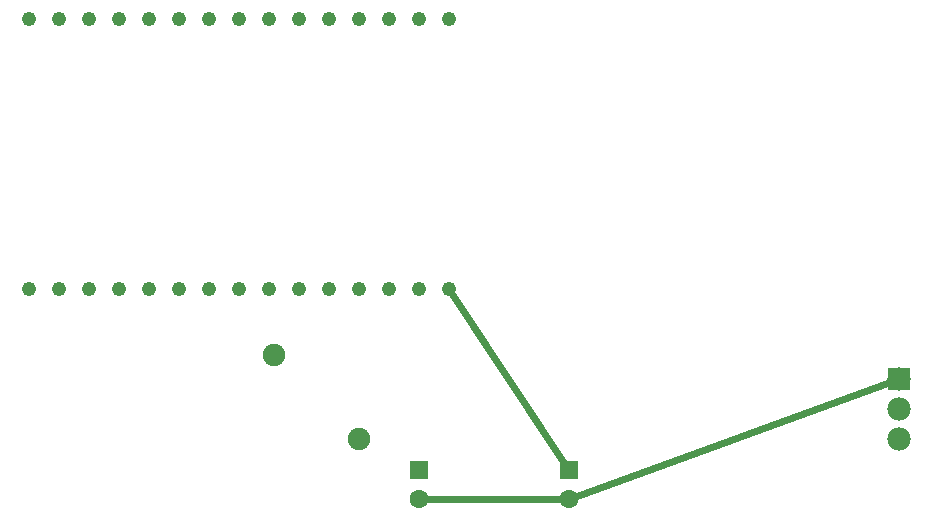
<source format=gbl>
G04 MADE WITH FRITZING*
G04 WWW.FRITZING.ORG*
G04 DOUBLE SIDED*
G04 HOLES PLATED*
G04 CONTOUR ON CENTER OF CONTOUR VECTOR*
%ASAXBY*%
%FSLAX23Y23*%
%MOIN*%
%OFA0B0*%
%SFA1.0B1.0*%
%ADD10C,0.047859*%
%ADD11C,0.062992*%
%ADD12C,0.075000*%
%ADD13C,0.078000*%
%ADD14R,0.062992X0.062992*%
%ADD15R,0.078000X0.078000*%
%ADD16C,0.024000*%
%LNCOPPER0*%
G90*
G70*
G54D10*
X1478Y2099D03*
X1677Y2996D03*
X1578Y2996D03*
X1478Y2996D03*
X1378Y2996D03*
X1278Y2996D03*
X1578Y2099D03*
X1677Y2099D03*
X1378Y2099D03*
X1178Y2996D03*
X1078Y2996D03*
X978Y2996D03*
X879Y2996D03*
X779Y2996D03*
X679Y2996D03*
X579Y2996D03*
X479Y2996D03*
X379Y2996D03*
X280Y2996D03*
X978Y2099D03*
X879Y2099D03*
X779Y2099D03*
X679Y2099D03*
X579Y2099D03*
X479Y2099D03*
X379Y2099D03*
X280Y2099D03*
X1278Y2099D03*
X1178Y2099D03*
X1078Y2099D03*
G54D11*
X2078Y1495D03*
X2078Y1397D03*
X1578Y1495D03*
X1578Y1397D03*
G54D12*
X1095Y1879D03*
X1378Y1596D03*
G54D13*
X3178Y1596D03*
X3178Y1697D03*
X3178Y1797D03*
G54D14*
X2078Y1495D03*
X1578Y1495D03*
G54D15*
X3179Y1796D03*
G54D16*
X1605Y1396D02*
X2051Y1396D01*
D02*
X2104Y1406D02*
X3150Y1786D01*
D02*
X1690Y2081D02*
X2063Y1517D01*
G04 End of Copper0*
M02*
</source>
